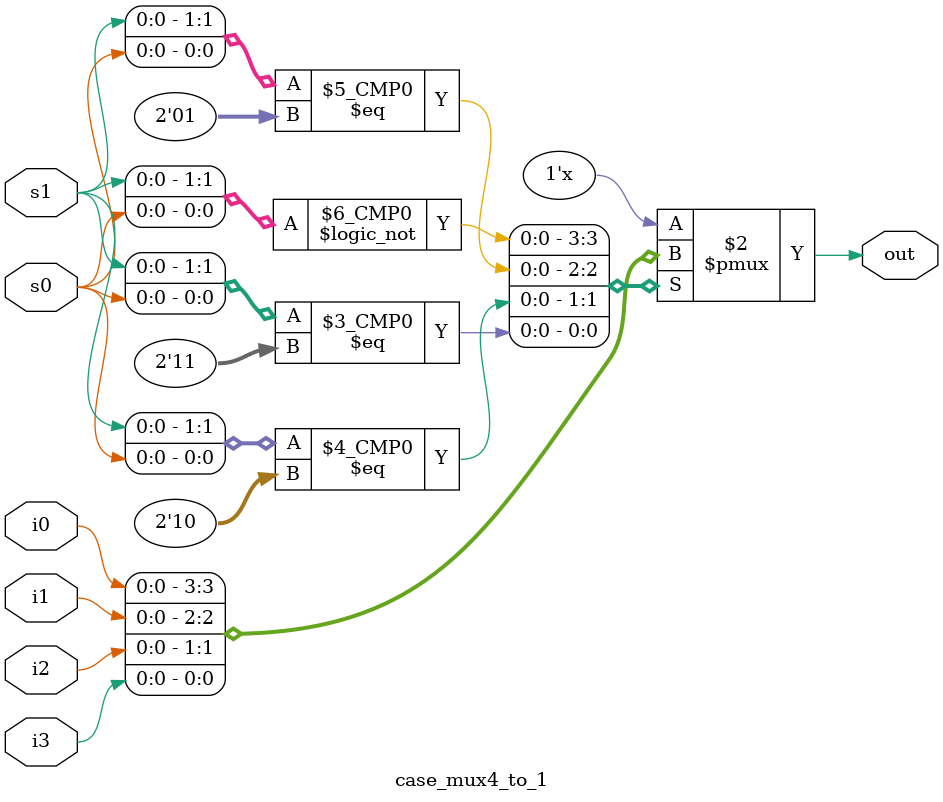
<source format=v>
`timescale 1ns / 1ps


module case_mux4_to_1(output reg out, input i0,i1,i2,i3, input s1,s0);
always @(s1 or s0 or i0 or i1 or i2 or i3)
    case ({s1, s0}) // ¿ª¹Ø±äÁ¿ÊÇÓÉÁ½¸ö¿ØÖÆÐÅºÅÆ´½Ó¶ø³ÉµÄ
        2'd0 : out = i0;
        2'd1 : out = i1;
        2'd2 : out = i2;
        2'd3 : out = i3;
        default: $display("Invalid control signals");
    endcase
endmodule

</source>
